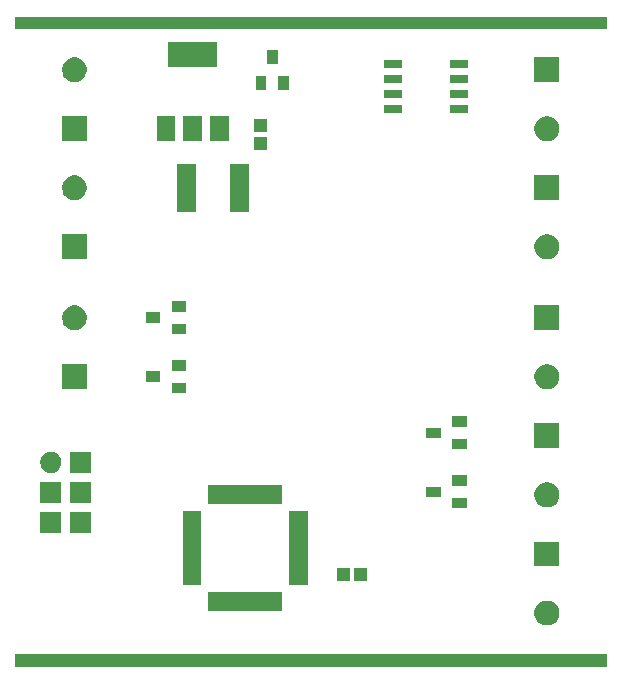
<source format=gbr>
G04 #@! TF.GenerationSoftware,KiCad,Pcbnew,(5.1.2-1)-1*
G04 #@! TF.CreationDate,2019-10-21T00:17:46+03:00*
G04 #@! TF.ProjectId,uaf0,75616630-2e6b-4696-9361-645f70636258,rev?*
G04 #@! TF.SameCoordinates,Original*
G04 #@! TF.FileFunction,Soldermask,Top*
G04 #@! TF.FilePolarity,Negative*
%FSLAX46Y46*%
G04 Gerber Fmt 4.6, Leading zero omitted, Abs format (unit mm)*
G04 Created by KiCad (PCBNEW (5.1.2-1)-1) date 2019-10-21 00:17:46*
%MOMM*%
%LPD*%
G04 APERTURE LIST*
%ADD10C,0.100000*%
G04 APERTURE END LIST*
D10*
G36*
X95000000Y-96500000D02*
G01*
X45000000Y-96500000D01*
X45000000Y-95500000D01*
X95000000Y-95500000D01*
X95000000Y-96500000D01*
G37*
X95000000Y-96500000D02*
X45000000Y-96500000D01*
X45000000Y-95500000D01*
X95000000Y-95500000D01*
X95000000Y-96500000D01*
G36*
X95000000Y-42500000D02*
G01*
X45000000Y-42500000D01*
X45000000Y-41500000D01*
X95000000Y-41500000D01*
X95000000Y-42500000D01*
G37*
X95000000Y-42500000D02*
X45000000Y-42500000D01*
X45000000Y-41500000D01*
X95000000Y-41500000D01*
X95000000Y-42500000D01*
G36*
X90306564Y-90989389D02*
G01*
X90497833Y-91068615D01*
X90497835Y-91068616D01*
X90669973Y-91183635D01*
X90816365Y-91330027D01*
X90931385Y-91502167D01*
X91010611Y-91693436D01*
X91051000Y-91896484D01*
X91051000Y-92103516D01*
X91010611Y-92306564D01*
X90931385Y-92497833D01*
X90931384Y-92497835D01*
X90816365Y-92669973D01*
X90669973Y-92816365D01*
X90497835Y-92931384D01*
X90497834Y-92931385D01*
X90497833Y-92931385D01*
X90306564Y-93010611D01*
X90103516Y-93051000D01*
X89896484Y-93051000D01*
X89693436Y-93010611D01*
X89502167Y-92931385D01*
X89502166Y-92931385D01*
X89502165Y-92931384D01*
X89330027Y-92816365D01*
X89183635Y-92669973D01*
X89068616Y-92497835D01*
X89068615Y-92497833D01*
X88989389Y-92306564D01*
X88949000Y-92103516D01*
X88949000Y-91896484D01*
X88989389Y-91693436D01*
X89068615Y-91502167D01*
X89183635Y-91330027D01*
X89330027Y-91183635D01*
X89502165Y-91068616D01*
X89502167Y-91068615D01*
X89693436Y-90989389D01*
X89896484Y-90949000D01*
X90103516Y-90949000D01*
X90306564Y-90989389D01*
X90306564Y-90989389D01*
G37*
G36*
X67576000Y-91801000D02*
G01*
X61324000Y-91801000D01*
X61324000Y-90199000D01*
X67576000Y-90199000D01*
X67576000Y-91801000D01*
X67576000Y-91801000D01*
G37*
G36*
X60751000Y-89626000D02*
G01*
X59149000Y-89626000D01*
X59149000Y-83374000D01*
X60751000Y-83374000D01*
X60751000Y-89626000D01*
X60751000Y-89626000D01*
G37*
G36*
X69801000Y-89626000D02*
G01*
X68199000Y-89626000D01*
X68199000Y-83374000D01*
X69801000Y-83374000D01*
X69801000Y-89626000D01*
X69801000Y-89626000D01*
G37*
G36*
X74801000Y-89301000D02*
G01*
X73699000Y-89301000D01*
X73699000Y-88199000D01*
X74801000Y-88199000D01*
X74801000Y-89301000D01*
X74801000Y-89301000D01*
G37*
G36*
X73301000Y-89301000D02*
G01*
X72199000Y-89301000D01*
X72199000Y-88199000D01*
X73301000Y-88199000D01*
X73301000Y-89301000D01*
X73301000Y-89301000D01*
G37*
G36*
X91051000Y-88051000D02*
G01*
X88949000Y-88051000D01*
X88949000Y-85949000D01*
X91051000Y-85949000D01*
X91051000Y-88051000D01*
X91051000Y-88051000D01*
G37*
G36*
X51441000Y-85231000D02*
G01*
X49639000Y-85231000D01*
X49639000Y-83429000D01*
X51441000Y-83429000D01*
X51441000Y-85231000D01*
X51441000Y-85231000D01*
G37*
G36*
X48901000Y-85231000D02*
G01*
X47099000Y-85231000D01*
X47099000Y-83429000D01*
X48901000Y-83429000D01*
X48901000Y-85231000D01*
X48901000Y-85231000D01*
G37*
G36*
X83201000Y-83151000D02*
G01*
X81999000Y-83151000D01*
X81999000Y-82249000D01*
X83201000Y-82249000D01*
X83201000Y-83151000D01*
X83201000Y-83151000D01*
G37*
G36*
X90306564Y-80989389D02*
G01*
X90497833Y-81068615D01*
X90497835Y-81068616D01*
X90669973Y-81183635D01*
X90816365Y-81330027D01*
X90931385Y-81502167D01*
X91010611Y-81693436D01*
X91051000Y-81896484D01*
X91051000Y-82103516D01*
X91010611Y-82306564D01*
X90931385Y-82497833D01*
X90931384Y-82497835D01*
X90816365Y-82669973D01*
X90669973Y-82816365D01*
X90497835Y-82931384D01*
X90497834Y-82931385D01*
X90497833Y-82931385D01*
X90306564Y-83010611D01*
X90103516Y-83051000D01*
X89896484Y-83051000D01*
X89693436Y-83010611D01*
X89502167Y-82931385D01*
X89502166Y-82931385D01*
X89502165Y-82931384D01*
X89330027Y-82816365D01*
X89183635Y-82669973D01*
X89068616Y-82497835D01*
X89068615Y-82497833D01*
X88989389Y-82306564D01*
X88949000Y-82103516D01*
X88949000Y-81896484D01*
X88989389Y-81693436D01*
X89068615Y-81502167D01*
X89183635Y-81330027D01*
X89330027Y-81183635D01*
X89502165Y-81068616D01*
X89502167Y-81068615D01*
X89693436Y-80989389D01*
X89896484Y-80949000D01*
X90103516Y-80949000D01*
X90306564Y-80989389D01*
X90306564Y-80989389D01*
G37*
G36*
X67576000Y-82801000D02*
G01*
X61324000Y-82801000D01*
X61324000Y-81199000D01*
X67576000Y-81199000D01*
X67576000Y-82801000D01*
X67576000Y-82801000D01*
G37*
G36*
X51441000Y-82691000D02*
G01*
X49639000Y-82691000D01*
X49639000Y-80889000D01*
X51441000Y-80889000D01*
X51441000Y-82691000D01*
X51441000Y-82691000D01*
G37*
G36*
X48901000Y-82691000D02*
G01*
X47099000Y-82691000D01*
X47099000Y-80889000D01*
X48901000Y-80889000D01*
X48901000Y-82691000D01*
X48901000Y-82691000D01*
G37*
G36*
X81001000Y-82201000D02*
G01*
X79799000Y-82201000D01*
X79799000Y-81299000D01*
X81001000Y-81299000D01*
X81001000Y-82201000D01*
X81001000Y-82201000D01*
G37*
G36*
X83201000Y-81251000D02*
G01*
X81999000Y-81251000D01*
X81999000Y-80349000D01*
X83201000Y-80349000D01*
X83201000Y-81251000D01*
X83201000Y-81251000D01*
G37*
G36*
X51441000Y-80151000D02*
G01*
X49639000Y-80151000D01*
X49639000Y-78349000D01*
X51441000Y-78349000D01*
X51441000Y-80151000D01*
X51441000Y-80151000D01*
G37*
G36*
X48113512Y-78353927D02*
G01*
X48262812Y-78383624D01*
X48426784Y-78451544D01*
X48574354Y-78550147D01*
X48699853Y-78675646D01*
X48798456Y-78823216D01*
X48866376Y-78987188D01*
X48901000Y-79161259D01*
X48901000Y-79338741D01*
X48866376Y-79512812D01*
X48798456Y-79676784D01*
X48699853Y-79824354D01*
X48574354Y-79949853D01*
X48426784Y-80048456D01*
X48262812Y-80116376D01*
X48113512Y-80146073D01*
X48088742Y-80151000D01*
X47911258Y-80151000D01*
X47886488Y-80146073D01*
X47737188Y-80116376D01*
X47573216Y-80048456D01*
X47425646Y-79949853D01*
X47300147Y-79824354D01*
X47201544Y-79676784D01*
X47133624Y-79512812D01*
X47099000Y-79338741D01*
X47099000Y-79161259D01*
X47133624Y-78987188D01*
X47201544Y-78823216D01*
X47300147Y-78675646D01*
X47425646Y-78550147D01*
X47573216Y-78451544D01*
X47737188Y-78383624D01*
X47886488Y-78353927D01*
X47911258Y-78349000D01*
X48088742Y-78349000D01*
X48113512Y-78353927D01*
X48113512Y-78353927D01*
G37*
G36*
X83201000Y-78151000D02*
G01*
X81999000Y-78151000D01*
X81999000Y-77249000D01*
X83201000Y-77249000D01*
X83201000Y-78151000D01*
X83201000Y-78151000D01*
G37*
G36*
X91051000Y-78051000D02*
G01*
X88949000Y-78051000D01*
X88949000Y-75949000D01*
X91051000Y-75949000D01*
X91051000Y-78051000D01*
X91051000Y-78051000D01*
G37*
G36*
X81001000Y-77201000D02*
G01*
X79799000Y-77201000D01*
X79799000Y-76299000D01*
X81001000Y-76299000D01*
X81001000Y-77201000D01*
X81001000Y-77201000D01*
G37*
G36*
X83201000Y-76251000D02*
G01*
X81999000Y-76251000D01*
X81999000Y-75349000D01*
X83201000Y-75349000D01*
X83201000Y-76251000D01*
X83201000Y-76251000D01*
G37*
G36*
X59451000Y-73401000D02*
G01*
X58249000Y-73401000D01*
X58249000Y-72499000D01*
X59451000Y-72499000D01*
X59451000Y-73401000D01*
X59451000Y-73401000D01*
G37*
G36*
X90306564Y-70989389D02*
G01*
X90497833Y-71068615D01*
X90497835Y-71068616D01*
X90669973Y-71183635D01*
X90816365Y-71330027D01*
X90930606Y-71501000D01*
X90931385Y-71502167D01*
X91010611Y-71693436D01*
X91051000Y-71896484D01*
X91051000Y-72103516D01*
X91010611Y-72306564D01*
X90950784Y-72451000D01*
X90931384Y-72497835D01*
X90816365Y-72669973D01*
X90669973Y-72816365D01*
X90497835Y-72931384D01*
X90497834Y-72931385D01*
X90497833Y-72931385D01*
X90306564Y-73010611D01*
X90103516Y-73051000D01*
X89896484Y-73051000D01*
X89693436Y-73010611D01*
X89502167Y-72931385D01*
X89502166Y-72931385D01*
X89502165Y-72931384D01*
X89330027Y-72816365D01*
X89183635Y-72669973D01*
X89068616Y-72497835D01*
X89049216Y-72451000D01*
X88989389Y-72306564D01*
X88949000Y-72103516D01*
X88949000Y-71896484D01*
X88989389Y-71693436D01*
X89068615Y-71502167D01*
X89069395Y-71501000D01*
X89183635Y-71330027D01*
X89330027Y-71183635D01*
X89502165Y-71068616D01*
X89502167Y-71068615D01*
X89693436Y-70989389D01*
X89896484Y-70949000D01*
X90103516Y-70949000D01*
X90306564Y-70989389D01*
X90306564Y-70989389D01*
G37*
G36*
X51051000Y-73051000D02*
G01*
X48949000Y-73051000D01*
X48949000Y-70949000D01*
X51051000Y-70949000D01*
X51051000Y-73051000D01*
X51051000Y-73051000D01*
G37*
G36*
X57251000Y-72451000D02*
G01*
X56049000Y-72451000D01*
X56049000Y-71549000D01*
X57251000Y-71549000D01*
X57251000Y-72451000D01*
X57251000Y-72451000D01*
G37*
G36*
X59451000Y-71501000D02*
G01*
X58249000Y-71501000D01*
X58249000Y-70599000D01*
X59451000Y-70599000D01*
X59451000Y-71501000D01*
X59451000Y-71501000D01*
G37*
G36*
X59451000Y-68401000D02*
G01*
X58249000Y-68401000D01*
X58249000Y-67499000D01*
X59451000Y-67499000D01*
X59451000Y-68401000D01*
X59451000Y-68401000D01*
G37*
G36*
X50306564Y-65989389D02*
G01*
X50497833Y-66068615D01*
X50497835Y-66068616D01*
X50669973Y-66183635D01*
X50816365Y-66330027D01*
X50930606Y-66501000D01*
X50931385Y-66502167D01*
X51010611Y-66693436D01*
X51051000Y-66896484D01*
X51051000Y-67103516D01*
X51010611Y-67306564D01*
X50950784Y-67451000D01*
X50931384Y-67497835D01*
X50816365Y-67669973D01*
X50669973Y-67816365D01*
X50497835Y-67931384D01*
X50497834Y-67931385D01*
X50497833Y-67931385D01*
X50306564Y-68010611D01*
X50103516Y-68051000D01*
X49896484Y-68051000D01*
X49693436Y-68010611D01*
X49502167Y-67931385D01*
X49502166Y-67931385D01*
X49502165Y-67931384D01*
X49330027Y-67816365D01*
X49183635Y-67669973D01*
X49068616Y-67497835D01*
X49049216Y-67451000D01*
X48989389Y-67306564D01*
X48949000Y-67103516D01*
X48949000Y-66896484D01*
X48989389Y-66693436D01*
X49068615Y-66502167D01*
X49069395Y-66501000D01*
X49183635Y-66330027D01*
X49330027Y-66183635D01*
X49502165Y-66068616D01*
X49502167Y-66068615D01*
X49693436Y-65989389D01*
X49896484Y-65949000D01*
X50103516Y-65949000D01*
X50306564Y-65989389D01*
X50306564Y-65989389D01*
G37*
G36*
X91051000Y-68051000D02*
G01*
X88949000Y-68051000D01*
X88949000Y-65949000D01*
X91051000Y-65949000D01*
X91051000Y-68051000D01*
X91051000Y-68051000D01*
G37*
G36*
X57251000Y-67451000D02*
G01*
X56049000Y-67451000D01*
X56049000Y-66549000D01*
X57251000Y-66549000D01*
X57251000Y-67451000D01*
X57251000Y-67451000D01*
G37*
G36*
X59451000Y-66501000D02*
G01*
X58249000Y-66501000D01*
X58249000Y-65599000D01*
X59451000Y-65599000D01*
X59451000Y-66501000D01*
X59451000Y-66501000D01*
G37*
G36*
X90306564Y-59989389D02*
G01*
X90497833Y-60068615D01*
X90497835Y-60068616D01*
X90669973Y-60183635D01*
X90816365Y-60330027D01*
X90931385Y-60502167D01*
X91010611Y-60693436D01*
X91051000Y-60896484D01*
X91051000Y-61103516D01*
X91010611Y-61306564D01*
X90931385Y-61497833D01*
X90931384Y-61497835D01*
X90816365Y-61669973D01*
X90669973Y-61816365D01*
X90497835Y-61931384D01*
X90497834Y-61931385D01*
X90497833Y-61931385D01*
X90306564Y-62010611D01*
X90103516Y-62051000D01*
X89896484Y-62051000D01*
X89693436Y-62010611D01*
X89502167Y-61931385D01*
X89502166Y-61931385D01*
X89502165Y-61931384D01*
X89330027Y-61816365D01*
X89183635Y-61669973D01*
X89068616Y-61497835D01*
X89068615Y-61497833D01*
X88989389Y-61306564D01*
X88949000Y-61103516D01*
X88949000Y-60896484D01*
X88989389Y-60693436D01*
X89068615Y-60502167D01*
X89183635Y-60330027D01*
X89330027Y-60183635D01*
X89502165Y-60068616D01*
X89502167Y-60068615D01*
X89693436Y-59989389D01*
X89896484Y-59949000D01*
X90103516Y-59949000D01*
X90306564Y-59989389D01*
X90306564Y-59989389D01*
G37*
G36*
X51051000Y-62051000D02*
G01*
X48949000Y-62051000D01*
X48949000Y-59949000D01*
X51051000Y-59949000D01*
X51051000Y-62051000D01*
X51051000Y-62051000D01*
G37*
G36*
X64801000Y-58051000D02*
G01*
X63199000Y-58051000D01*
X63199000Y-53949000D01*
X64801000Y-53949000D01*
X64801000Y-58051000D01*
X64801000Y-58051000D01*
G37*
G36*
X60301000Y-58051000D02*
G01*
X58699000Y-58051000D01*
X58699000Y-53949000D01*
X60301000Y-53949000D01*
X60301000Y-58051000D01*
X60301000Y-58051000D01*
G37*
G36*
X91051000Y-57051000D02*
G01*
X88949000Y-57051000D01*
X88949000Y-54949000D01*
X91051000Y-54949000D01*
X91051000Y-57051000D01*
X91051000Y-57051000D01*
G37*
G36*
X50306564Y-54989389D02*
G01*
X50497833Y-55068615D01*
X50497835Y-55068616D01*
X50669973Y-55183635D01*
X50816365Y-55330027D01*
X50931385Y-55502167D01*
X51010611Y-55693436D01*
X51051000Y-55896484D01*
X51051000Y-56103516D01*
X51010611Y-56306564D01*
X50931385Y-56497833D01*
X50931384Y-56497835D01*
X50816365Y-56669973D01*
X50669973Y-56816365D01*
X50497835Y-56931384D01*
X50497834Y-56931385D01*
X50497833Y-56931385D01*
X50306564Y-57010611D01*
X50103516Y-57051000D01*
X49896484Y-57051000D01*
X49693436Y-57010611D01*
X49502167Y-56931385D01*
X49502166Y-56931385D01*
X49502165Y-56931384D01*
X49330027Y-56816365D01*
X49183635Y-56669973D01*
X49068616Y-56497835D01*
X49068615Y-56497833D01*
X48989389Y-56306564D01*
X48949000Y-56103516D01*
X48949000Y-55896484D01*
X48989389Y-55693436D01*
X49068615Y-55502167D01*
X49183635Y-55330027D01*
X49330027Y-55183635D01*
X49502165Y-55068616D01*
X49502167Y-55068615D01*
X49693436Y-54989389D01*
X49896484Y-54949000D01*
X50103516Y-54949000D01*
X50306564Y-54989389D01*
X50306564Y-54989389D01*
G37*
G36*
X66301000Y-52801000D02*
G01*
X65199000Y-52801000D01*
X65199000Y-51699000D01*
X66301000Y-51699000D01*
X66301000Y-52801000D01*
X66301000Y-52801000D01*
G37*
G36*
X90306564Y-49989389D02*
G01*
X90497833Y-50068615D01*
X90497835Y-50068616D01*
X90669973Y-50183635D01*
X90816365Y-50330027D01*
X90931385Y-50502167D01*
X91010611Y-50693436D01*
X91051000Y-50896484D01*
X91051000Y-51103516D01*
X91010611Y-51306564D01*
X90931385Y-51497833D01*
X90931384Y-51497835D01*
X90816365Y-51669973D01*
X90669973Y-51816365D01*
X90497835Y-51931384D01*
X90497834Y-51931385D01*
X90497833Y-51931385D01*
X90306564Y-52010611D01*
X90103516Y-52051000D01*
X89896484Y-52051000D01*
X89693436Y-52010611D01*
X89502167Y-51931385D01*
X89502166Y-51931385D01*
X89502165Y-51931384D01*
X89330027Y-51816365D01*
X89183635Y-51669973D01*
X89068616Y-51497835D01*
X89068615Y-51497833D01*
X88989389Y-51306564D01*
X88949000Y-51103516D01*
X88949000Y-50896484D01*
X88989389Y-50693436D01*
X89068615Y-50502167D01*
X89183635Y-50330027D01*
X89330027Y-50183635D01*
X89502165Y-50068616D01*
X89502167Y-50068615D01*
X89693436Y-49989389D01*
X89896484Y-49949000D01*
X90103516Y-49949000D01*
X90306564Y-49989389D01*
X90306564Y-49989389D01*
G37*
G36*
X60801000Y-52051000D02*
G01*
X59199000Y-52051000D01*
X59199000Y-49949000D01*
X60801000Y-49949000D01*
X60801000Y-52051000D01*
X60801000Y-52051000D01*
G37*
G36*
X63051000Y-52051000D02*
G01*
X61449000Y-52051000D01*
X61449000Y-49949000D01*
X63051000Y-49949000D01*
X63051000Y-52051000D01*
X63051000Y-52051000D01*
G37*
G36*
X51051000Y-52051000D02*
G01*
X48949000Y-52051000D01*
X48949000Y-49949000D01*
X51051000Y-49949000D01*
X51051000Y-52051000D01*
X51051000Y-52051000D01*
G37*
G36*
X58551000Y-52051000D02*
G01*
X56949000Y-52051000D01*
X56949000Y-49949000D01*
X58551000Y-49949000D01*
X58551000Y-52051000D01*
X58551000Y-52051000D01*
G37*
G36*
X66301000Y-51301000D02*
G01*
X65199000Y-51301000D01*
X65199000Y-50199000D01*
X66301000Y-50199000D01*
X66301000Y-51301000D01*
X66301000Y-51301000D01*
G37*
G36*
X83331600Y-49665800D02*
G01*
X81756400Y-49665800D01*
X81756400Y-48954200D01*
X83331600Y-48954200D01*
X83331600Y-49665800D01*
X83331600Y-49665800D01*
G37*
G36*
X77743600Y-49665800D02*
G01*
X76168400Y-49665800D01*
X76168400Y-48954200D01*
X77743600Y-48954200D01*
X77743600Y-49665800D01*
X77743600Y-49665800D01*
G37*
G36*
X83331600Y-48395800D02*
G01*
X81756400Y-48395800D01*
X81756400Y-47684200D01*
X83331600Y-47684200D01*
X83331600Y-48395800D01*
X83331600Y-48395800D01*
G37*
G36*
X77743600Y-48395800D02*
G01*
X76168400Y-48395800D01*
X76168400Y-47684200D01*
X77743600Y-47684200D01*
X77743600Y-48395800D01*
X77743600Y-48395800D01*
G37*
G36*
X68151000Y-47701000D02*
G01*
X67249000Y-47701000D01*
X67249000Y-46499000D01*
X68151000Y-46499000D01*
X68151000Y-47701000D01*
X68151000Y-47701000D01*
G37*
G36*
X66251000Y-47701000D02*
G01*
X65349000Y-47701000D01*
X65349000Y-46499000D01*
X66251000Y-46499000D01*
X66251000Y-47701000D01*
X66251000Y-47701000D01*
G37*
G36*
X77743600Y-47125800D02*
G01*
X76168400Y-47125800D01*
X76168400Y-46414200D01*
X77743600Y-46414200D01*
X77743600Y-47125800D01*
X77743600Y-47125800D01*
G37*
G36*
X83331600Y-47125800D02*
G01*
X81756400Y-47125800D01*
X81756400Y-46414200D01*
X83331600Y-46414200D01*
X83331600Y-47125800D01*
X83331600Y-47125800D01*
G37*
G36*
X91051000Y-47051000D02*
G01*
X88949000Y-47051000D01*
X88949000Y-44949000D01*
X91051000Y-44949000D01*
X91051000Y-47051000D01*
X91051000Y-47051000D01*
G37*
G36*
X50306564Y-44989389D02*
G01*
X50497833Y-45068615D01*
X50497835Y-45068616D01*
X50669973Y-45183635D01*
X50816365Y-45330027D01*
X50930606Y-45501000D01*
X50931385Y-45502167D01*
X51010611Y-45693436D01*
X51051000Y-45896484D01*
X51051000Y-46103516D01*
X51010611Y-46306564D01*
X50931385Y-46497833D01*
X50931384Y-46497835D01*
X50816365Y-46669973D01*
X50669973Y-46816365D01*
X50497835Y-46931384D01*
X50497834Y-46931385D01*
X50497833Y-46931385D01*
X50306564Y-47010611D01*
X50103516Y-47051000D01*
X49896484Y-47051000D01*
X49693436Y-47010611D01*
X49502167Y-46931385D01*
X49502166Y-46931385D01*
X49502165Y-46931384D01*
X49330027Y-46816365D01*
X49183635Y-46669973D01*
X49068616Y-46497835D01*
X49068615Y-46497833D01*
X48989389Y-46306564D01*
X48949000Y-46103516D01*
X48949000Y-45896484D01*
X48989389Y-45693436D01*
X49068615Y-45502167D01*
X49069395Y-45501000D01*
X49183635Y-45330027D01*
X49330027Y-45183635D01*
X49502165Y-45068616D01*
X49502167Y-45068615D01*
X49693436Y-44989389D01*
X49896484Y-44949000D01*
X50103516Y-44949000D01*
X50306564Y-44989389D01*
X50306564Y-44989389D01*
G37*
G36*
X83331600Y-45855800D02*
G01*
X81756400Y-45855800D01*
X81756400Y-45144200D01*
X83331600Y-45144200D01*
X83331600Y-45855800D01*
X83331600Y-45855800D01*
G37*
G36*
X77743600Y-45855800D02*
G01*
X76168400Y-45855800D01*
X76168400Y-45144200D01*
X77743600Y-45144200D01*
X77743600Y-45855800D01*
X77743600Y-45855800D01*
G37*
G36*
X62051000Y-45801000D02*
G01*
X57949000Y-45801000D01*
X57949000Y-43699000D01*
X62051000Y-43699000D01*
X62051000Y-45801000D01*
X62051000Y-45801000D01*
G37*
G36*
X67201000Y-45501000D02*
G01*
X66299000Y-45501000D01*
X66299000Y-44299000D01*
X67201000Y-44299000D01*
X67201000Y-45501000D01*
X67201000Y-45501000D01*
G37*
M02*

</source>
